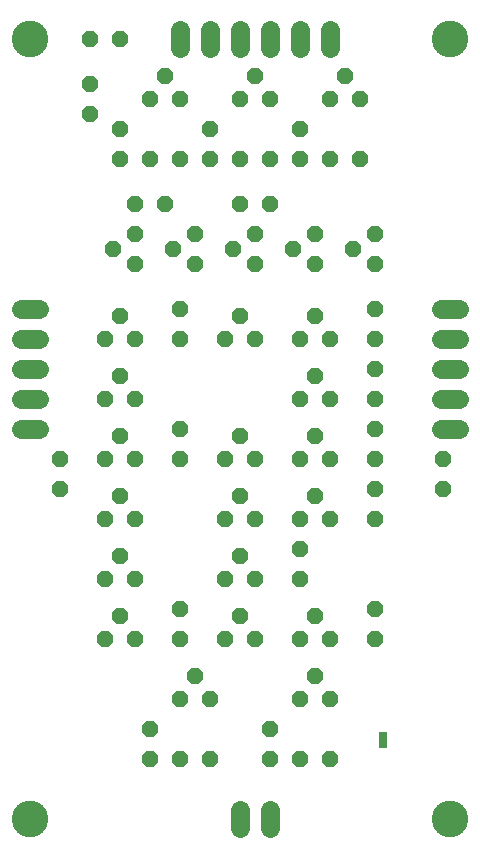
<source format=gts>
G75*
%MOIN*%
%OFA0B0*%
%FSLAX25Y25*%
%IPPOS*%
%LPD*%
%AMOC8*
5,1,8,0,0,1.08239X$1,22.5*
%
%ADD10C,0.12211*%
%ADD11C,0.06400*%
%ADD12OC8,0.05600*%
%ADD13R,0.02900X0.05400*%
D10*
X0011000Y0011000D03*
X0151000Y0011000D03*
X0151000Y0271000D03*
X0011000Y0271000D03*
D11*
X0061000Y0268000D02*
X0061000Y0274000D01*
X0071000Y0274000D02*
X0071000Y0268000D01*
X0081000Y0268000D02*
X0081000Y0274000D01*
X0091000Y0274000D02*
X0091000Y0268000D01*
X0101000Y0268000D02*
X0101000Y0274000D01*
X0111000Y0274000D02*
X0111000Y0268000D01*
X0148000Y0181000D02*
X0154000Y0181000D01*
X0154000Y0171000D02*
X0148000Y0171000D01*
X0148000Y0161000D02*
X0154000Y0161000D01*
X0154000Y0151000D02*
X0148000Y0151000D01*
X0148000Y0141000D02*
X0154000Y0141000D01*
X0091000Y0014000D02*
X0091000Y0008000D01*
X0081000Y0008000D02*
X0081000Y0014000D01*
X0014000Y0141000D02*
X0008000Y0141000D01*
X0008000Y0151000D02*
X0014000Y0151000D01*
X0014000Y0161000D02*
X0008000Y0161000D01*
X0008000Y0171000D02*
X0014000Y0171000D01*
X0014000Y0181000D02*
X0008000Y0181000D01*
D12*
X0036000Y0171000D03*
X0041000Y0178500D03*
X0046000Y0171000D03*
X0041000Y0158500D03*
X0036000Y0151000D03*
X0041000Y0138500D03*
X0036000Y0131000D03*
X0041000Y0118500D03*
X0036000Y0111000D03*
X0041000Y0098500D03*
X0036000Y0091000D03*
X0041000Y0078500D03*
X0036000Y0071000D03*
X0046000Y0071000D03*
X0046000Y0091000D03*
X0046000Y0111000D03*
X0046000Y0131000D03*
X0046000Y0151000D03*
X0061000Y0141000D03*
X0061000Y0131000D03*
X0076000Y0131000D03*
X0081000Y0138500D03*
X0086000Y0131000D03*
X0081000Y0118500D03*
X0076000Y0111000D03*
X0081000Y0098500D03*
X0076000Y0091000D03*
X0081000Y0078500D03*
X0076000Y0071000D03*
X0086000Y0071000D03*
X0086000Y0091000D03*
X0086000Y0111000D03*
X0101000Y0111000D03*
X0106000Y0118500D03*
X0111000Y0111000D03*
X0101000Y0101000D03*
X0101000Y0091000D03*
X0106000Y0078500D03*
X0101000Y0071000D03*
X0106000Y0058500D03*
X0101000Y0051000D03*
X0111000Y0051000D03*
X0111000Y0031000D03*
X0101000Y0031000D03*
X0091000Y0031000D03*
X0091000Y0041000D03*
X0071000Y0031000D03*
X0061000Y0031000D03*
X0051000Y0031000D03*
X0051000Y0041000D03*
X0061000Y0051000D03*
X0066000Y0058500D03*
X0071000Y0051000D03*
X0061000Y0071000D03*
X0061000Y0081000D03*
X0021000Y0121000D03*
X0021000Y0131000D03*
X0046000Y0196000D03*
X0038500Y0201000D03*
X0046000Y0206000D03*
X0046000Y0216000D03*
X0056000Y0216000D03*
X0058500Y0201000D03*
X0066000Y0196000D03*
X0066000Y0206000D03*
X0078500Y0201000D03*
X0086000Y0196000D03*
X0086000Y0206000D03*
X0081000Y0216000D03*
X0091000Y0216000D03*
X0098500Y0201000D03*
X0106000Y0196000D03*
X0106000Y0206000D03*
X0118500Y0201000D03*
X0126000Y0196000D03*
X0126000Y0206000D03*
X0126000Y0181000D03*
X0126000Y0171000D03*
X0126000Y0161000D03*
X0126000Y0151000D03*
X0126000Y0141000D03*
X0126000Y0131000D03*
X0126000Y0121000D03*
X0126000Y0111000D03*
X0111000Y0131000D03*
X0106000Y0138500D03*
X0101000Y0131000D03*
X0101000Y0151000D03*
X0106000Y0158500D03*
X0111000Y0151000D03*
X0111000Y0171000D03*
X0106000Y0178500D03*
X0101000Y0171000D03*
X0086000Y0171000D03*
X0081000Y0178500D03*
X0076000Y0171000D03*
X0061000Y0171000D03*
X0061000Y0181000D03*
X0061000Y0231000D03*
X0051000Y0231000D03*
X0041000Y0231000D03*
X0041000Y0241000D03*
X0031000Y0246000D03*
X0031000Y0256000D03*
X0031000Y0271000D03*
X0041000Y0271000D03*
X0051000Y0251000D03*
X0056000Y0258500D03*
X0061000Y0251000D03*
X0071000Y0241000D03*
X0071000Y0231000D03*
X0081000Y0231000D03*
X0091000Y0231000D03*
X0101000Y0231000D03*
X0101000Y0241000D03*
X0111000Y0231000D03*
X0121000Y0231000D03*
X0121000Y0251000D03*
X0116000Y0258500D03*
X0111000Y0251000D03*
X0091000Y0251000D03*
X0086000Y0258500D03*
X0081000Y0251000D03*
X0148500Y0131000D03*
X0148500Y0121000D03*
X0126000Y0081000D03*
X0126000Y0071000D03*
X0111000Y0071000D03*
D13*
X0128500Y0037250D03*
M02*

</source>
